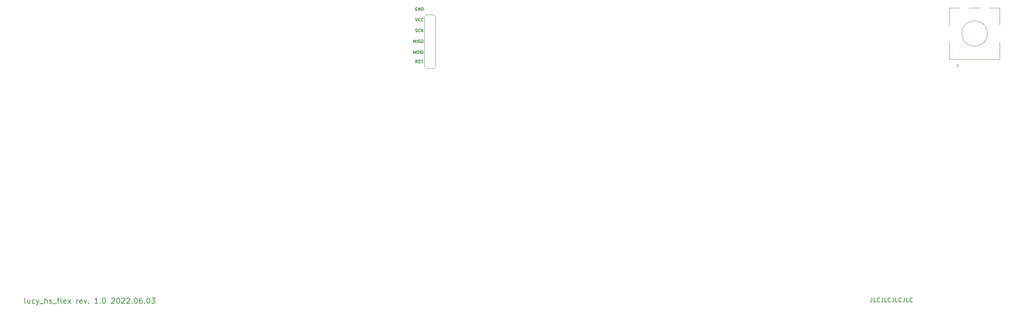
<source format=gto>
G04 #@! TF.GenerationSoftware,KiCad,Pcbnew,(6.0.1-0)*
G04 #@! TF.CreationDate,2022-06-04T21:55:58-05:00*
G04 #@! TF.ProjectId,pcb,7063622e-6b69-4636-9164-5f7063625858,rev?*
G04 #@! TF.SameCoordinates,Original*
G04 #@! TF.FileFunction,Legend,Top*
G04 #@! TF.FilePolarity,Positive*
%FSLAX46Y46*%
G04 Gerber Fmt 4.6, Leading zero omitted, Abs format (unit mm)*
G04 Created by KiCad (PCBNEW (6.0.1-0)) date 2022-06-04 21:55:58*
%MOMM*%
%LPD*%
G01*
G04 APERTURE LIST*
%ADD10C,0.150000*%
%ADD11C,0.200000*%
%ADD12C,0.120000*%
%ADD13C,3.000000*%
%ADD14C,1.750000*%
%ADD15C,3.987800*%
%ADD16R,2.000000X2.000000*%
%ADD17C,2.000000*%
%ADD18R,2.000000X3.200000*%
%ADD19C,3.800000*%
%ADD20O,1.700000X1.700000*%
%ADD21R,1.700000X1.700000*%
%ADD22C,0.650000*%
%ADD23O,1.300000X2.400000*%
%ADD24O,1.300000X1.900000*%
%ADD25C,1.700000*%
G04 APERTURE END LIST*
D10*
X296013577Y-115736694D02*
X296013577Y-116450980D01*
X295965958Y-116593837D01*
X295870720Y-116689075D01*
X295727863Y-116736694D01*
X295632625Y-116736694D01*
X296965958Y-116736694D02*
X296489767Y-116736694D01*
X296489767Y-115736694D01*
X297870720Y-116641456D02*
X297823101Y-116689075D01*
X297680244Y-116736694D01*
X297585005Y-116736694D01*
X297442148Y-116689075D01*
X297346910Y-116593837D01*
X297299291Y-116498599D01*
X297251672Y-116308123D01*
X297251672Y-116165266D01*
X297299291Y-115974790D01*
X297346910Y-115879552D01*
X297442148Y-115784314D01*
X297585005Y-115736694D01*
X297680244Y-115736694D01*
X297823101Y-115784314D01*
X297870720Y-115831933D01*
X298585005Y-115736694D02*
X298585005Y-116450980D01*
X298537386Y-116593837D01*
X298442148Y-116689075D01*
X298299291Y-116736694D01*
X298204053Y-116736694D01*
X299537386Y-116736694D02*
X299061196Y-116736694D01*
X299061196Y-115736694D01*
X300442148Y-116641456D02*
X300394529Y-116689075D01*
X300251672Y-116736694D01*
X300156434Y-116736694D01*
X300013577Y-116689075D01*
X299918339Y-116593837D01*
X299870720Y-116498599D01*
X299823101Y-116308123D01*
X299823101Y-116165266D01*
X299870720Y-115974790D01*
X299918339Y-115879552D01*
X300013577Y-115784314D01*
X300156434Y-115736694D01*
X300251672Y-115736694D01*
X300394529Y-115784314D01*
X300442148Y-115831933D01*
X301156434Y-115736694D02*
X301156434Y-116450980D01*
X301108815Y-116593837D01*
X301013577Y-116689075D01*
X300870720Y-116736694D01*
X300775482Y-116736694D01*
X302108815Y-116736694D02*
X301632625Y-116736694D01*
X301632625Y-115736694D01*
X303013577Y-116641456D02*
X302965958Y-116689075D01*
X302823101Y-116736694D01*
X302727863Y-116736694D01*
X302585005Y-116689075D01*
X302489767Y-116593837D01*
X302442148Y-116498599D01*
X302394529Y-116308123D01*
X302394529Y-116165266D01*
X302442148Y-115974790D01*
X302489767Y-115879552D01*
X302585005Y-115784314D01*
X302727863Y-115736694D01*
X302823101Y-115736694D01*
X302965958Y-115784314D01*
X303013577Y-115831933D01*
X303727863Y-115736694D02*
X303727863Y-116450980D01*
X303680244Y-116593837D01*
X303585005Y-116689075D01*
X303442148Y-116736694D01*
X303346910Y-116736694D01*
X304680244Y-116736694D02*
X304204053Y-116736694D01*
X304204053Y-115736694D01*
X305585005Y-116641456D02*
X305537386Y-116689075D01*
X305394529Y-116736694D01*
X305299291Y-116736694D01*
X305156434Y-116689075D01*
X305061196Y-116593837D01*
X305013577Y-116498599D01*
X304965958Y-116308123D01*
X304965958Y-116165266D01*
X305013577Y-115974790D01*
X305061196Y-115879552D01*
X305156434Y-115784314D01*
X305299291Y-115736694D01*
X305394529Y-115736694D01*
X305537386Y-115784314D01*
X305585005Y-115831933D01*
D11*
X96234070Y-117065476D02*
X96115022Y-117005952D01*
X96055499Y-116886904D01*
X96055499Y-115815476D01*
X97245975Y-116232142D02*
X97245975Y-117065476D01*
X96710260Y-116232142D02*
X96710260Y-116886904D01*
X96769784Y-117005952D01*
X96888832Y-117065476D01*
X97067403Y-117065476D01*
X97186451Y-117005952D01*
X97245975Y-116946428D01*
X98376927Y-117005952D02*
X98257880Y-117065476D01*
X98019784Y-117065476D01*
X97900737Y-117005952D01*
X97841213Y-116946428D01*
X97781689Y-116827380D01*
X97781689Y-116470238D01*
X97841213Y-116351190D01*
X97900737Y-116291666D01*
X98019784Y-116232142D01*
X98257880Y-116232142D01*
X98376927Y-116291666D01*
X98793594Y-116232142D02*
X99091213Y-117065476D01*
X99388832Y-116232142D02*
X99091213Y-117065476D01*
X98972165Y-117363095D01*
X98912641Y-117422619D01*
X98793594Y-117482142D01*
X99567403Y-117184523D02*
X100519784Y-117184523D01*
X100817403Y-117065476D02*
X100817403Y-115815476D01*
X101353118Y-117065476D02*
X101353118Y-116410714D01*
X101293594Y-116291666D01*
X101174546Y-116232142D01*
X100995975Y-116232142D01*
X100876927Y-116291666D01*
X100817403Y-116351190D01*
X101888832Y-117005952D02*
X102007880Y-117065476D01*
X102245975Y-117065476D01*
X102365022Y-117005952D01*
X102424546Y-116886904D01*
X102424546Y-116827380D01*
X102365022Y-116708333D01*
X102245975Y-116648809D01*
X102067403Y-116648809D01*
X101948356Y-116589285D01*
X101888832Y-116470238D01*
X101888832Y-116410714D01*
X101948356Y-116291666D01*
X102067403Y-116232142D01*
X102245975Y-116232142D01*
X102365022Y-116291666D01*
X102662641Y-117184523D02*
X103615022Y-117184523D01*
X103734070Y-116232142D02*
X104210260Y-116232142D01*
X103912641Y-117065476D02*
X103912641Y-115994047D01*
X103972165Y-115875000D01*
X104091213Y-115815476D01*
X104210260Y-115815476D01*
X104805499Y-117065476D02*
X104686451Y-117005952D01*
X104626927Y-116886904D01*
X104626927Y-115815476D01*
X105757880Y-117005952D02*
X105638832Y-117065476D01*
X105400737Y-117065476D01*
X105281689Y-117005952D01*
X105222165Y-116886904D01*
X105222165Y-116410714D01*
X105281689Y-116291666D01*
X105400737Y-116232142D01*
X105638832Y-116232142D01*
X105757880Y-116291666D01*
X105817403Y-116410714D01*
X105817403Y-116529761D01*
X105222165Y-116648809D01*
X106234070Y-117065476D02*
X106888832Y-116232142D01*
X106234070Y-116232142D02*
X106888832Y-117065476D01*
X108317403Y-117065476D02*
X108317403Y-116232142D01*
X108317403Y-116470238D02*
X108376927Y-116351190D01*
X108436451Y-116291666D01*
X108555499Y-116232142D01*
X108674546Y-116232142D01*
X109567403Y-117005952D02*
X109448356Y-117065476D01*
X109210260Y-117065476D01*
X109091213Y-117005952D01*
X109031689Y-116886904D01*
X109031689Y-116410714D01*
X109091213Y-116291666D01*
X109210260Y-116232142D01*
X109448356Y-116232142D01*
X109567403Y-116291666D01*
X109626927Y-116410714D01*
X109626927Y-116529761D01*
X109031689Y-116648809D01*
X110043594Y-116232142D02*
X110341213Y-117065476D01*
X110638832Y-116232142D01*
X111115022Y-116946428D02*
X111174546Y-117005952D01*
X111115022Y-117065476D01*
X111055499Y-117005952D01*
X111115022Y-116946428D01*
X111115022Y-117065476D01*
X113317403Y-117065476D02*
X112603118Y-117065476D01*
X112960260Y-117065476D02*
X112960260Y-115815476D01*
X112841213Y-115994047D01*
X112722165Y-116113095D01*
X112603118Y-116172619D01*
X113853118Y-116946428D02*
X113912641Y-117005952D01*
X113853118Y-117065476D01*
X113793594Y-117005952D01*
X113853118Y-116946428D01*
X113853118Y-117065476D01*
X114686451Y-115815476D02*
X114805499Y-115815476D01*
X114924546Y-115875000D01*
X114984070Y-115934523D01*
X115043594Y-116053571D01*
X115103118Y-116291666D01*
X115103118Y-116589285D01*
X115043594Y-116827380D01*
X114984070Y-116946428D01*
X114924546Y-117005952D01*
X114805499Y-117065476D01*
X114686451Y-117065476D01*
X114567403Y-117005952D01*
X114507880Y-116946428D01*
X114448356Y-116827380D01*
X114388832Y-116589285D01*
X114388832Y-116291666D01*
X114448356Y-116053571D01*
X114507880Y-115934523D01*
X114567403Y-115875000D01*
X114686451Y-115815476D01*
X116531689Y-115934523D02*
X116591213Y-115875000D01*
X116710260Y-115815476D01*
X117007880Y-115815476D01*
X117126927Y-115875000D01*
X117186451Y-115934523D01*
X117245975Y-116053571D01*
X117245975Y-116172619D01*
X117186451Y-116351190D01*
X116472165Y-117065476D01*
X117245975Y-117065476D01*
X118019784Y-115815476D02*
X118138832Y-115815476D01*
X118257880Y-115875000D01*
X118317403Y-115934523D01*
X118376927Y-116053571D01*
X118436451Y-116291666D01*
X118436451Y-116589285D01*
X118376927Y-116827380D01*
X118317403Y-116946428D01*
X118257880Y-117005952D01*
X118138832Y-117065476D01*
X118019784Y-117065476D01*
X117900737Y-117005952D01*
X117841213Y-116946428D01*
X117781689Y-116827380D01*
X117722165Y-116589285D01*
X117722165Y-116291666D01*
X117781689Y-116053571D01*
X117841213Y-115934523D01*
X117900737Y-115875000D01*
X118019784Y-115815476D01*
X118912641Y-115934523D02*
X118972165Y-115875000D01*
X119091213Y-115815476D01*
X119388832Y-115815476D01*
X119507880Y-115875000D01*
X119567403Y-115934523D01*
X119626927Y-116053571D01*
X119626927Y-116172619D01*
X119567403Y-116351190D01*
X118853118Y-117065476D01*
X119626927Y-117065476D01*
X120103118Y-115934523D02*
X120162641Y-115875000D01*
X120281689Y-115815476D01*
X120579308Y-115815476D01*
X120698356Y-115875000D01*
X120757880Y-115934523D01*
X120817403Y-116053571D01*
X120817403Y-116172619D01*
X120757880Y-116351190D01*
X120043594Y-117065476D01*
X120817403Y-117065476D01*
X121353118Y-116946428D02*
X121412641Y-117005952D01*
X121353118Y-117065476D01*
X121293594Y-117005952D01*
X121353118Y-116946428D01*
X121353118Y-117065476D01*
X122186451Y-115815476D02*
X122305499Y-115815476D01*
X122424546Y-115875000D01*
X122484070Y-115934523D01*
X122543594Y-116053571D01*
X122603118Y-116291666D01*
X122603118Y-116589285D01*
X122543594Y-116827380D01*
X122484070Y-116946428D01*
X122424546Y-117005952D01*
X122305499Y-117065476D01*
X122186451Y-117065476D01*
X122067403Y-117005952D01*
X122007880Y-116946428D01*
X121948356Y-116827380D01*
X121888832Y-116589285D01*
X121888832Y-116291666D01*
X121948356Y-116053571D01*
X122007880Y-115934523D01*
X122067403Y-115875000D01*
X122186451Y-115815476D01*
X123674546Y-115815476D02*
X123436451Y-115815476D01*
X123317403Y-115875000D01*
X123257880Y-115934523D01*
X123138832Y-116113095D01*
X123079308Y-116351190D01*
X123079308Y-116827380D01*
X123138832Y-116946428D01*
X123198356Y-117005952D01*
X123317403Y-117065476D01*
X123555499Y-117065476D01*
X123674546Y-117005952D01*
X123734070Y-116946428D01*
X123793594Y-116827380D01*
X123793594Y-116529761D01*
X123734070Y-116410714D01*
X123674546Y-116351190D01*
X123555499Y-116291666D01*
X123317403Y-116291666D01*
X123198356Y-116351190D01*
X123138832Y-116410714D01*
X123079308Y-116529761D01*
X124329308Y-116946428D02*
X124388832Y-117005952D01*
X124329308Y-117065476D01*
X124269784Y-117005952D01*
X124329308Y-116946428D01*
X124329308Y-117065476D01*
X125162641Y-115815476D02*
X125281689Y-115815476D01*
X125400737Y-115875000D01*
X125460260Y-115934523D01*
X125519784Y-116053571D01*
X125579308Y-116291666D01*
X125579308Y-116589285D01*
X125519784Y-116827380D01*
X125460260Y-116946428D01*
X125400737Y-117005952D01*
X125281689Y-117065476D01*
X125162641Y-117065476D01*
X125043594Y-117005952D01*
X124984070Y-116946428D01*
X124924546Y-116827380D01*
X124865022Y-116589285D01*
X124865022Y-116291666D01*
X124924546Y-116053571D01*
X124984070Y-115934523D01*
X125043594Y-115875000D01*
X125162641Y-115815476D01*
X125995975Y-115815476D02*
X126769784Y-115815476D01*
X126353118Y-116291666D01*
X126531689Y-116291666D01*
X126650737Y-116351190D01*
X126710260Y-116410714D01*
X126769784Y-116529761D01*
X126769784Y-116827380D01*
X126710260Y-116946428D01*
X126650737Y-117005952D01*
X126531689Y-117065476D01*
X126174546Y-117065476D01*
X126055499Y-117005952D01*
X125995975Y-116946428D01*
D10*
X187840225Y-57960616D02*
X187840225Y-57260616D01*
X188073558Y-57760616D01*
X188306891Y-57260616D01*
X188306891Y-57960616D01*
X188773558Y-57260616D02*
X188906891Y-57260616D01*
X188973558Y-57293950D01*
X189040225Y-57360616D01*
X189073558Y-57493950D01*
X189073558Y-57727283D01*
X189040225Y-57860616D01*
X188973558Y-57927283D01*
X188906891Y-57960616D01*
X188773558Y-57960616D01*
X188706891Y-57927283D01*
X188640225Y-57860616D01*
X188606891Y-57727283D01*
X188606891Y-57493950D01*
X188640225Y-57360616D01*
X188706891Y-57293950D01*
X188773558Y-57260616D01*
X189340225Y-57927283D02*
X189440225Y-57960616D01*
X189606891Y-57960616D01*
X189673558Y-57927283D01*
X189706891Y-57893950D01*
X189740225Y-57827283D01*
X189740225Y-57760616D01*
X189706891Y-57693950D01*
X189673558Y-57660616D01*
X189606891Y-57627283D01*
X189473558Y-57593950D01*
X189406891Y-57560616D01*
X189373558Y-57527283D01*
X189340225Y-57460616D01*
X189340225Y-57393950D01*
X189373558Y-57327283D01*
X189406891Y-57293950D01*
X189473558Y-57260616D01*
X189640225Y-57260616D01*
X189740225Y-57293950D01*
X190040225Y-57960616D02*
X190040225Y-57260616D01*
X187840225Y-55378112D02*
X187840225Y-54678112D01*
X188073558Y-55178112D01*
X188306891Y-54678112D01*
X188306891Y-55378112D01*
X188640225Y-55378112D02*
X188640225Y-54678112D01*
X188940225Y-55344779D02*
X189040225Y-55378112D01*
X189206891Y-55378112D01*
X189273558Y-55344779D01*
X189306891Y-55311446D01*
X189340225Y-55244779D01*
X189340225Y-55178112D01*
X189306891Y-55111446D01*
X189273558Y-55078112D01*
X189206891Y-55044779D01*
X189073558Y-55011446D01*
X189006891Y-54978112D01*
X188973558Y-54944779D01*
X188940225Y-54878112D01*
X188940225Y-54811446D01*
X188973558Y-54744779D01*
X189006891Y-54711446D01*
X189073558Y-54678112D01*
X189240225Y-54678112D01*
X189340225Y-54711446D01*
X189773558Y-54678112D02*
X189906891Y-54678112D01*
X189973558Y-54711446D01*
X190040225Y-54778112D01*
X190073558Y-54911446D01*
X190073558Y-55144779D01*
X190040225Y-55278112D01*
X189973558Y-55344779D01*
X189906891Y-55378112D01*
X189773558Y-55378112D01*
X189706891Y-55344779D01*
X189640225Y-55278112D01*
X189606891Y-55144779D01*
X189606891Y-54911446D01*
X189640225Y-54778112D01*
X189706891Y-54711446D01*
X189773558Y-54678112D01*
X188290225Y-52807283D02*
X188390225Y-52840616D01*
X188556891Y-52840616D01*
X188623558Y-52807283D01*
X188656891Y-52773950D01*
X188690225Y-52707283D01*
X188690225Y-52640616D01*
X188656891Y-52573950D01*
X188623558Y-52540616D01*
X188556891Y-52507283D01*
X188423558Y-52473950D01*
X188356891Y-52440616D01*
X188323558Y-52407283D01*
X188290225Y-52340616D01*
X188290225Y-52273950D01*
X188323558Y-52207283D01*
X188356891Y-52173950D01*
X188423558Y-52140616D01*
X188590225Y-52140616D01*
X188690225Y-52173950D01*
X189390225Y-52773950D02*
X189356891Y-52807283D01*
X189256891Y-52840616D01*
X189190225Y-52840616D01*
X189090225Y-52807283D01*
X189023558Y-52740616D01*
X188990225Y-52673950D01*
X188956891Y-52540616D01*
X188956891Y-52440616D01*
X188990225Y-52307283D01*
X189023558Y-52240616D01*
X189090225Y-52173950D01*
X189190225Y-52140616D01*
X189256891Y-52140616D01*
X189356891Y-52173950D01*
X189390225Y-52207283D01*
X189690225Y-52840616D02*
X189690225Y-52140616D01*
X190090225Y-52840616D02*
X189790225Y-52440616D01*
X190090225Y-52140616D02*
X189690225Y-52540616D01*
X188631979Y-47093950D02*
X188565313Y-47060616D01*
X188465313Y-47060616D01*
X188365313Y-47093950D01*
X188298646Y-47160616D01*
X188265313Y-47227283D01*
X188231979Y-47360616D01*
X188231979Y-47460616D01*
X188265313Y-47593950D01*
X188298646Y-47660616D01*
X188365313Y-47727283D01*
X188465313Y-47760616D01*
X188531979Y-47760616D01*
X188631979Y-47727283D01*
X188665313Y-47693950D01*
X188665313Y-47460616D01*
X188531979Y-47460616D01*
X188965313Y-47760616D02*
X188965313Y-47060616D01*
X189365313Y-47760616D01*
X189365313Y-47060616D01*
X189698646Y-47760616D02*
X189698646Y-47060616D01*
X189865313Y-47060616D01*
X189965313Y-47093950D01*
X190031979Y-47160616D01*
X190065313Y-47227283D01*
X190098646Y-47360616D01*
X190098646Y-47460616D01*
X190065313Y-47593950D01*
X190031979Y-47660616D01*
X189965313Y-47727283D01*
X189865313Y-47760616D01*
X189698646Y-47760616D01*
X188256891Y-49600616D02*
X188490225Y-50300616D01*
X188723558Y-49600616D01*
X189356891Y-50233950D02*
X189323558Y-50267283D01*
X189223558Y-50300616D01*
X189156891Y-50300616D01*
X189056891Y-50267283D01*
X188990225Y-50200616D01*
X188956891Y-50133950D01*
X188923558Y-50000616D01*
X188923558Y-49900616D01*
X188956891Y-49767283D01*
X188990225Y-49700616D01*
X189056891Y-49633950D01*
X189156891Y-49600616D01*
X189223558Y-49600616D01*
X189323558Y-49633950D01*
X189356891Y-49667283D01*
X190056891Y-50233950D02*
X190023558Y-50267283D01*
X189923558Y-50300616D01*
X189856891Y-50300616D01*
X189756891Y-50267283D01*
X189690225Y-50200616D01*
X189656891Y-50133950D01*
X189623558Y-50000616D01*
X189623558Y-49900616D01*
X189656891Y-49767283D01*
X189690225Y-49700616D01*
X189756891Y-49633950D01*
X189856891Y-49600616D01*
X189923558Y-49600616D01*
X190023558Y-49633950D01*
X190056891Y-49667283D01*
X188756891Y-60178112D02*
X188523558Y-59844779D01*
X188356891Y-60178112D02*
X188356891Y-59478112D01*
X188623558Y-59478112D01*
X188690225Y-59511446D01*
X188723558Y-59544779D01*
X188756891Y-59611446D01*
X188756891Y-59711446D01*
X188723558Y-59778112D01*
X188690225Y-59811446D01*
X188623558Y-59844779D01*
X188356891Y-59844779D01*
X189023558Y-60144779D02*
X189123558Y-60178112D01*
X189290225Y-60178112D01*
X189356891Y-60144779D01*
X189390225Y-60111446D01*
X189423558Y-60044779D01*
X189423558Y-59978112D01*
X189390225Y-59911446D01*
X189356891Y-59878112D01*
X189290225Y-59844779D01*
X189156891Y-59811446D01*
X189090225Y-59778112D01*
X189056891Y-59744779D01*
X189023558Y-59678112D01*
X189023558Y-59611446D01*
X189056891Y-59544779D01*
X189090225Y-59511446D01*
X189156891Y-59478112D01*
X189323558Y-59478112D01*
X189423558Y-59511446D01*
X189623558Y-59478112D02*
X190023558Y-59478112D01*
X189823558Y-60178112D02*
X189823558Y-59478112D01*
D12*
X314352725Y-55193950D02*
X314352725Y-59293950D01*
X316152725Y-60393950D02*
X316452725Y-60693950D01*
X318952725Y-47093950D02*
X321552725Y-47093950D01*
X316452725Y-60693950D02*
X316152725Y-60993950D01*
X326152725Y-55193950D02*
X326152725Y-59293950D01*
X326152725Y-47093950D02*
X326152725Y-51193950D01*
X314352725Y-47093950D02*
X316752725Y-47093950D01*
X323752725Y-47093950D02*
X326152725Y-47093950D01*
X314352725Y-51193950D02*
X314352725Y-47093950D01*
X314352725Y-59293950D02*
X326152725Y-59293950D01*
X316152725Y-60993950D02*
X316152725Y-60393950D01*
X323252725Y-53193950D02*
G75*
G03*
X323252725Y-53193950I-3000000J0D01*
G01*
X190865313Y-48713950D02*
X190335313Y-49243950D01*
X192465313Y-48713950D02*
X192995313Y-49143950D01*
X192465313Y-61473950D02*
X190865313Y-61473950D01*
X192995313Y-49143950D02*
X192995313Y-60943950D01*
X192465313Y-61473950D02*
X192995313Y-60943950D01*
X190865313Y-48713950D02*
X192465313Y-48713950D01*
X190865313Y-61473950D02*
X190335313Y-60943950D01*
X190335313Y-60943950D02*
X190335313Y-49243950D01*
%LPC*%
D13*
X121180225Y-50653950D03*
D14*
X119910225Y-53193950D03*
D15*
X124990225Y-53193950D03*
D13*
X127530225Y-48113950D03*
D14*
X130070225Y-53193950D03*
X206270225Y-53193950D03*
D13*
X203730225Y-48113950D03*
X197380225Y-50653950D03*
D14*
X196110225Y-53193950D03*
D15*
X201190225Y-53193950D03*
D14*
X187220225Y-53193950D03*
D13*
X178330225Y-50653950D03*
X184680225Y-48113950D03*
D14*
X177060225Y-53193950D03*
D15*
X182140225Y-53193950D03*
D14*
X168170225Y-53193950D03*
D15*
X163090225Y-53193950D03*
D13*
X165630225Y-48113950D03*
X159280225Y-50653950D03*
D14*
X158010225Y-53193950D03*
X81810225Y-53193950D03*
D15*
X86890225Y-53193950D03*
D13*
X83080225Y-50653950D03*
X89430225Y-48113950D03*
D14*
X91970225Y-53193950D03*
X225320225Y-53193950D03*
D13*
X222780225Y-48113950D03*
D15*
X220240225Y-53193950D03*
D14*
X215160225Y-53193950D03*
D13*
X216430225Y-50653950D03*
D14*
X244370225Y-53193950D03*
D13*
X235480225Y-50653950D03*
X241830225Y-48113950D03*
D14*
X234210225Y-53193950D03*
D15*
X239290225Y-53193950D03*
D14*
X91970225Y-72243950D03*
D15*
X86890225Y-72243950D03*
D13*
X83080225Y-69703950D03*
D14*
X81810225Y-72243950D03*
D13*
X89430225Y-67163950D03*
D14*
X111020225Y-72243950D03*
D13*
X102130225Y-69703950D03*
D14*
X100860225Y-72243950D03*
D13*
X108480225Y-67163950D03*
D15*
X105940225Y-72243950D03*
X144045399Y-72243950D03*
D13*
X146585399Y-67163950D03*
D14*
X138965399Y-72243950D03*
X149125399Y-72243950D03*
D13*
X140235399Y-69703950D03*
X273580225Y-50653950D03*
D15*
X277390225Y-53193950D03*
D13*
X279930225Y-48113950D03*
D14*
X272310225Y-53193950D03*
X282470225Y-53193950D03*
D13*
X165630225Y-67163950D03*
X159280225Y-69703950D03*
D14*
X168170225Y-72243950D03*
X158010225Y-72243950D03*
D15*
X163090225Y-72243950D03*
D14*
X187220225Y-72243950D03*
D15*
X182140225Y-72243950D03*
D14*
X177060225Y-72243950D03*
D13*
X184680225Y-67163950D03*
X178330225Y-69703950D03*
D14*
X196110225Y-72243950D03*
D15*
X201190225Y-72243950D03*
D13*
X203730225Y-67163950D03*
D14*
X206270225Y-72243950D03*
D13*
X197380225Y-69703950D03*
D14*
X111020225Y-110343950D03*
D15*
X105940225Y-110343950D03*
D14*
X100860225Y-110343950D03*
D13*
X108480225Y-105263950D03*
X102130225Y-107803950D03*
D14*
X119910225Y-110343950D03*
D13*
X127530225Y-105263950D03*
D14*
X130070225Y-110343950D03*
D15*
X124990225Y-110343950D03*
D13*
X121180225Y-107803950D03*
X140230225Y-107803950D03*
X146580225Y-105263950D03*
D15*
X144040225Y-110343950D03*
D14*
X149120225Y-110343950D03*
X138960225Y-110343950D03*
D13*
X159280225Y-107803950D03*
D14*
X168170225Y-110343950D03*
D13*
X165630225Y-105263950D03*
D14*
X158010225Y-110343950D03*
D15*
X163090225Y-110343950D03*
X182140225Y-110343950D03*
D14*
X187220225Y-110343950D03*
D13*
X178330225Y-107803950D03*
X184680225Y-105263950D03*
D14*
X177060225Y-110343950D03*
D15*
X220240225Y-110343950D03*
D14*
X225320225Y-110343950D03*
D13*
X222780225Y-105263950D03*
D14*
X215160225Y-110343950D03*
D13*
X216430225Y-107803950D03*
X241830225Y-105263950D03*
X235480225Y-107803950D03*
D14*
X244370225Y-110343950D03*
X234210225Y-110343950D03*
D15*
X239290225Y-110343950D03*
D14*
X253260225Y-110343950D03*
D13*
X254530225Y-107803950D03*
X260880225Y-105263950D03*
D14*
X263420225Y-110343950D03*
D15*
X258340225Y-110343950D03*
D13*
X279930225Y-105263950D03*
D15*
X277390225Y-110343950D03*
D14*
X282470225Y-110343950D03*
X272310225Y-110343950D03*
D13*
X273580225Y-107803950D03*
D14*
X196110225Y-110343950D03*
X206270225Y-110343950D03*
D13*
X203730225Y-105263950D03*
D15*
X201190225Y-110343950D03*
D13*
X197380225Y-107803950D03*
X279930225Y-86213950D03*
D15*
X277390225Y-91293950D03*
D13*
X273580225Y-88753950D03*
D14*
X272310225Y-91293950D03*
X282470225Y-91293950D03*
X253260225Y-91293950D03*
D13*
X260880225Y-86213950D03*
D15*
X258340225Y-91293950D03*
D13*
X254530225Y-88753950D03*
D14*
X263420225Y-91293950D03*
D13*
X216430225Y-88753950D03*
D14*
X215160225Y-91293950D03*
D13*
X222780225Y-86213950D03*
D14*
X225320225Y-91293950D03*
D15*
X220240225Y-91293950D03*
D14*
X187220225Y-91293950D03*
X177060225Y-91293950D03*
D15*
X182140225Y-91293950D03*
D13*
X184680225Y-86213950D03*
X178330225Y-88753950D03*
D14*
X138960225Y-91293950D03*
D13*
X146580225Y-86213950D03*
D14*
X149120225Y-91293950D03*
D15*
X144040225Y-91293950D03*
D13*
X140230225Y-88753950D03*
X83080225Y-88753950D03*
X89430225Y-86213950D03*
D14*
X91970225Y-91293950D03*
X81810225Y-91293950D03*
D15*
X86890225Y-91293950D03*
D14*
X158010225Y-91293950D03*
D13*
X159280225Y-88753950D03*
X165630225Y-86213950D03*
D14*
X168170225Y-91293950D03*
D15*
X163090225Y-91293950D03*
D13*
X298980225Y-67163950D03*
D14*
X301520225Y-72243950D03*
D13*
X292630225Y-69703950D03*
D14*
X291360225Y-72243950D03*
D15*
X296440225Y-72243950D03*
D13*
X127530225Y-86213950D03*
D14*
X130070225Y-91293950D03*
D13*
X121180225Y-88753950D03*
D14*
X119910225Y-91293950D03*
D15*
X124990225Y-91293950D03*
X105940225Y-91293950D03*
D14*
X111020225Y-91293950D03*
D13*
X108480225Y-86213950D03*
X102130225Y-88753950D03*
D14*
X100860225Y-91293950D03*
X263420225Y-72243950D03*
D13*
X260880225Y-67163950D03*
D15*
X258340225Y-72243950D03*
D13*
X254530225Y-69703950D03*
D14*
X253260225Y-72243950D03*
X234210225Y-72243950D03*
D13*
X241830225Y-67163950D03*
D15*
X239290225Y-72243950D03*
D13*
X235480225Y-69703950D03*
D14*
X244370225Y-72243950D03*
D13*
X273580225Y-69703950D03*
D15*
X277390225Y-72243950D03*
D14*
X282470225Y-72243950D03*
D13*
X279930225Y-67163950D03*
D14*
X272310225Y-72243950D03*
D13*
X298980225Y-105263950D03*
D14*
X291360225Y-110343950D03*
D15*
X296440225Y-110343950D03*
D14*
X301520225Y-110343950D03*
D13*
X292630225Y-107803950D03*
X298980225Y-86213950D03*
X292630225Y-88753950D03*
D15*
X296440225Y-91293950D03*
D14*
X301520225Y-91293950D03*
X291360225Y-91293950D03*
D13*
X292630225Y-50653950D03*
D15*
X296440225Y-53193950D03*
D14*
X301520225Y-53193950D03*
X291360225Y-53193950D03*
D13*
X298980225Y-48113950D03*
D16*
X317752725Y-60693950D03*
D17*
X322752725Y-60693950D03*
X320252725Y-60693950D03*
D18*
X314652725Y-53193950D03*
X325852725Y-53193950D03*
D17*
X322752725Y-46193950D03*
X317752725Y-46193950D03*
D13*
X108480225Y-48113950D03*
X102130225Y-50653950D03*
D14*
X111020225Y-53193950D03*
X100860225Y-53193950D03*
D15*
X105940225Y-53193950D03*
X144040225Y-53193950D03*
D14*
X149120225Y-53193950D03*
D13*
X140230225Y-50653950D03*
D14*
X138960225Y-53193950D03*
D13*
X146580225Y-48113950D03*
D15*
X320252785Y-110344230D03*
D13*
X322792785Y-105264230D03*
D14*
X315172785Y-110344230D03*
X325332785Y-110344230D03*
D13*
X316442785Y-107804230D03*
D14*
X315172785Y-72244070D03*
D13*
X316442785Y-69704070D03*
X322792785Y-67164070D03*
D14*
X325332785Y-72244070D03*
D15*
X320252785Y-72244070D03*
D13*
X316442785Y-88754150D03*
X322792785Y-86214150D03*
D14*
X325332785Y-91294150D03*
D15*
X320252785Y-91294150D03*
D14*
X315172785Y-91294150D03*
D15*
X201190225Y-91293950D03*
D13*
X203730225Y-86213950D03*
D14*
X206270225Y-91293950D03*
X196110225Y-91293950D03*
D13*
X197380225Y-88753950D03*
X241830225Y-86213950D03*
D14*
X244370225Y-91293950D03*
D15*
X239290225Y-91293950D03*
D14*
X234210225Y-91293950D03*
D13*
X235480225Y-88753950D03*
D14*
X91970225Y-110343950D03*
D13*
X89430225Y-105263950D03*
D14*
X81810225Y-110343950D03*
D13*
X83080225Y-107803950D03*
D15*
X86890225Y-110343950D03*
D13*
X254530225Y-50653950D03*
X260880225Y-48113950D03*
D14*
X253260225Y-53193950D03*
D15*
X258340225Y-53193950D03*
D14*
X263420225Y-53193950D03*
D13*
X121180225Y-69703950D03*
X127530225Y-67163950D03*
D14*
X119910225Y-72243950D03*
D15*
X124990225Y-72243950D03*
D14*
X130070225Y-72243950D03*
X215160225Y-72243950D03*
D15*
X220240225Y-72243950D03*
D13*
X222780225Y-67163950D03*
D14*
X225320225Y-72243950D03*
D13*
X216430225Y-69703950D03*
D19*
X308346661Y-53193950D03*
D14*
X325332725Y-53193950D03*
D15*
X320252725Y-53193950D03*
D14*
X315172725Y-53193950D03*
D20*
X191665313Y-60143950D03*
X191665313Y-49983950D03*
X191665313Y-55063950D03*
X191665313Y-57603950D03*
X191665313Y-52523950D03*
D21*
X191665313Y-47443950D03*
D22*
X93525217Y-42765450D03*
X99305217Y-42765450D03*
D23*
X92115217Y-43316450D03*
X100715217Y-43316450D03*
D24*
X100715217Y-39116450D03*
X92115217Y-39116450D03*
D25*
X308390225Y-67843950D03*
X308390225Y-70383950D03*
X308390225Y-72923950D03*
X308390225Y-65303950D03*
X308390225Y-62763950D03*
M02*

</source>
